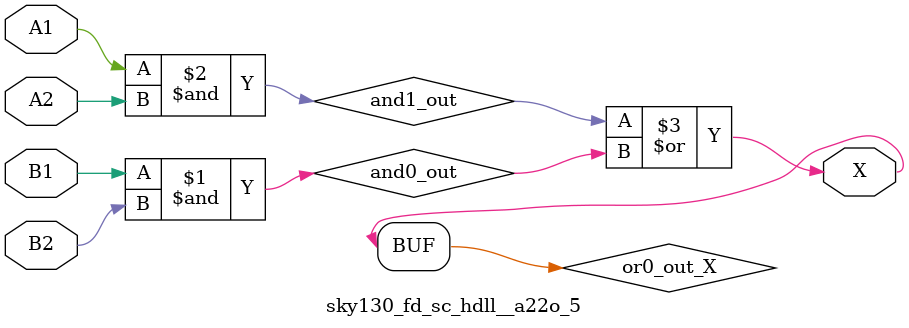
<source format=v>
module sky130_fd_sc_hdll__a22o_5 (
    X ,
    A1,
    A2,
    B1,
    B2
);
    output X ;
    input  A1;
    input  A2;
    input  B1;
    input  B2;
    wire and0_out ;
    wire and1_out ;
    wire or0_out_X;
    and and0 (and0_out , B1, B2            );
    and and1 (and1_out , A1, A2            );
    or  or0  (or0_out_X, and1_out, and0_out);
    buf buf0 (X        , or0_out_X         );
endmodule
</source>
